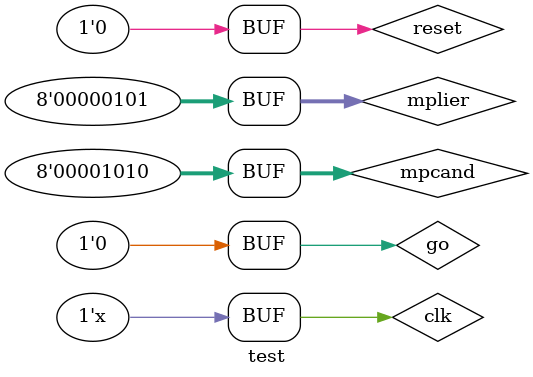
<source format=v>
`timescale 1ns / 1ps


module test;

	// Inputs
	reg [7:0] mplier;
	reg [7:0] mpcand;
	reg go;
	reg clk;
	reg reset;

	// Outputs
	wire [15:0] prod;
	wire over;
	
	wire [1:0] check_state;
	// Instantiate the Unit Under Test (UUT)
	booth_radix4 uut (
		.mplier(mplier), 
		.mpcand(mpcand), 
		.go(go), 
		.clk(clk), 
		.prod(prod), 
		.over(over), 
		.reset(reset),
		.check_state(check_state)
	);

	initial begin
		// Initialize Inputs
		mplier = 5;
		mpcand = 3;
		go = 1;
		clk = 0;
		reset = 1;
		#10
		reset=0;
		// Wait 100 ns for global reset to finish
		#100;
			go=0;
		#20;
			mpcand=10;
		#100;
			go=1;
		#200;
			go=0;
		// Add stimulus here

	end
      always 
       #5  clk =  ! clk; 
endmodule


</source>
